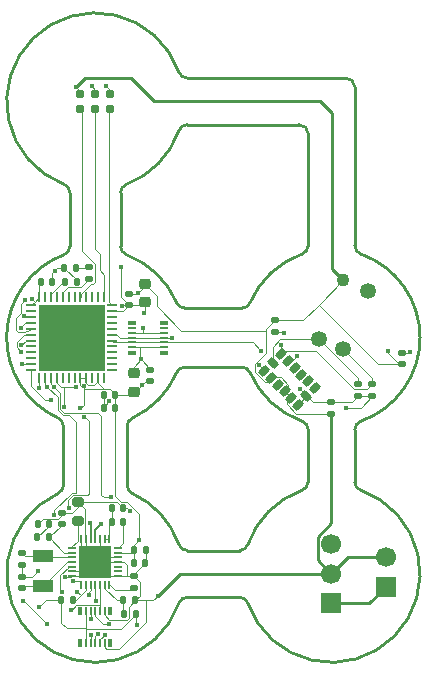
<source format=gbr>
%TF.GenerationSoftware,KiCad,Pcbnew,9.0.1*%
%TF.CreationDate,2025-04-17T12:30:49-04:00*%
%TF.ProjectId,IngestibleCapsule-Board_v2,496e6765-7374-4696-926c-654361707375,rev?*%
%TF.SameCoordinates,Original*%
%TF.FileFunction,Copper,L1,Top*%
%TF.FilePolarity,Positive*%
%FSLAX46Y46*%
G04 Gerber Fmt 4.6, Leading zero omitted, Abs format (unit mm)*
G04 Created by KiCad (PCBNEW 9.0.1) date 2025-04-17 12:30:49*
%MOMM*%
%LPD*%
G01*
G04 APERTURE LIST*
G04 Aperture macros list*
%AMRoundRect*
0 Rectangle with rounded corners*
0 $1 Rounding radius*
0 $2 $3 $4 $5 $6 $7 $8 $9 X,Y pos of 4 corners*
0 Add a 4 corners polygon primitive as box body*
4,1,4,$2,$3,$4,$5,$6,$7,$8,$9,$2,$3,0*
0 Add four circle primitives for the rounded corners*
1,1,$1+$1,$2,$3*
1,1,$1+$1,$4,$5*
1,1,$1+$1,$6,$7*
1,1,$1+$1,$8,$9*
0 Add four rect primitives between the rounded corners*
20,1,$1+$1,$2,$3,$4,$5,0*
20,1,$1+$1,$4,$5,$6,$7,0*
20,1,$1+$1,$6,$7,$8,$9,0*
20,1,$1+$1,$8,$9,$2,$3,0*%
G04 Aperture macros list end*
%TA.AperFunction,SMDPad,CuDef*%
%ADD10R,0.700000X0.200000*%
%TD*%
%TA.AperFunction,SMDPad,CuDef*%
%ADD11R,0.200000X0.700000*%
%TD*%
%TA.AperFunction,SMDPad,CuDef*%
%ADD12R,2.700000X2.700000*%
%TD*%
%TA.AperFunction,SMDPad,CuDef*%
%ADD13RoundRect,0.147500X-0.147500X-0.172500X0.147500X-0.172500X0.147500X0.172500X-0.147500X0.172500X0*%
%TD*%
%TA.AperFunction,SMDPad,CuDef*%
%ADD14RoundRect,0.135000X0.135000X0.185000X-0.135000X0.185000X-0.135000X-0.185000X0.135000X-0.185000X0*%
%TD*%
%TA.AperFunction,SMDPad,CuDef*%
%ADD15RoundRect,0.140000X-0.140000X-0.170000X0.140000X-0.170000X0.140000X0.170000X-0.140000X0.170000X0*%
%TD*%
%TA.AperFunction,ComponentPad*%
%ADD16R,1.700000X1.700000*%
%TD*%
%TA.AperFunction,ComponentPad*%
%ADD17C,1.700000*%
%TD*%
%TA.AperFunction,SMDPad,CuDef*%
%ADD18RoundRect,0.150000X-0.123744X-0.335876X0.335876X0.123744X0.123744X0.335876X-0.335876X-0.123744X0*%
%TD*%
%TA.AperFunction,SMDPad,CuDef*%
%ADD19RoundRect,0.150000X0.123744X-0.335876X0.335876X-0.123744X-0.123744X0.335876X-0.335876X0.123744X0*%
%TD*%
%TA.AperFunction,SMDPad,CuDef*%
%ADD20RoundRect,0.062500X-0.375000X-0.062500X0.375000X-0.062500X0.375000X0.062500X-0.375000X0.062500X0*%
%TD*%
%TA.AperFunction,SMDPad,CuDef*%
%ADD21RoundRect,0.062500X-0.062500X-0.375000X0.062500X-0.375000X0.062500X0.375000X-0.062500X0.375000X0*%
%TD*%
%TA.AperFunction,HeatsinkPad*%
%ADD22R,5.600000X5.600000*%
%TD*%
%TA.AperFunction,SMDPad,CuDef*%
%ADD23RoundRect,0.140000X0.170000X-0.140000X0.170000X0.140000X-0.170000X0.140000X-0.170000X-0.140000X0*%
%TD*%
%TA.AperFunction,SMDPad,CuDef*%
%ADD24RoundRect,0.140000X0.140000X0.170000X-0.140000X0.170000X-0.140000X-0.170000X0.140000X-0.170000X0*%
%TD*%
%TA.AperFunction,SMDPad,CuDef*%
%ADD25RoundRect,0.200000X0.275000X-0.200000X0.275000X0.200000X-0.275000X0.200000X-0.275000X-0.200000X0*%
%TD*%
%TA.AperFunction,SMDPad,CuDef*%
%ADD26RoundRect,0.135000X-0.135000X-0.185000X0.135000X-0.185000X0.135000X0.185000X-0.135000X0.185000X0*%
%TD*%
%TA.AperFunction,SMDPad,CuDef*%
%ADD27RoundRect,0.135000X0.185000X-0.135000X0.185000X0.135000X-0.185000X0.135000X-0.185000X-0.135000X0*%
%TD*%
%TA.AperFunction,SMDPad,CuDef*%
%ADD28RoundRect,0.140000X-0.170000X0.140000X-0.170000X-0.140000X0.170000X-0.140000X0.170000X0.140000X0*%
%TD*%
%TA.AperFunction,SMDPad,CuDef*%
%ADD29R,0.660000X0.350000*%
%TD*%
%TA.AperFunction,SMDPad,CuDef*%
%ADD30R,0.660000X0.230000*%
%TD*%
%TA.AperFunction,SMDPad,CuDef*%
%ADD31R,1.800000X1.000000*%
%TD*%
%TA.AperFunction,ConnectorPad*%
%ADD32C,0.787400*%
%TD*%
%TA.AperFunction,SMDPad,CuDef*%
%ADD33R,0.350000X0.660000*%
%TD*%
%TA.AperFunction,SMDPad,CuDef*%
%ADD34R,0.230000X0.660000*%
%TD*%
%TA.AperFunction,ComponentPad*%
%ADD35C,1.350000*%
%TD*%
%TA.AperFunction,ComponentPad*%
%ADD36C,1.100000*%
%TD*%
%TA.AperFunction,SMDPad,CuDef*%
%ADD37RoundRect,0.135000X-0.185000X0.135000X-0.185000X-0.135000X0.185000X-0.135000X0.185000X0.135000X0*%
%TD*%
%TA.AperFunction,SMDPad,CuDef*%
%ADD38RoundRect,0.225000X0.250000X-0.225000X0.250000X0.225000X-0.250000X0.225000X-0.250000X-0.225000X0*%
%TD*%
%TA.AperFunction,SMDPad,CuDef*%
%ADD39RoundRect,0.147500X-0.172500X0.147500X-0.172500X-0.147500X0.172500X-0.147500X0.172500X0.147500X0*%
%TD*%
%TA.AperFunction,ViaPad*%
%ADD40C,0.450000*%
%TD*%
%TA.AperFunction,Conductor*%
%ADD41C,0.100000*%
%TD*%
%TA.AperFunction,Conductor*%
%ADD42C,0.250000*%
%TD*%
%TA.AperFunction,Conductor*%
%ADD43C,0.200000*%
%TD*%
%TA.AperFunction,Profile*%
%ADD44C,0.250000*%
%TD*%
G04 APERTURE END LIST*
D10*
%TO.P,U5,1,BIAS*%
%TO.N,Net-(U5-BIAS)*%
X88050000Y-117800000D03*
%TO.P,U5,2,PLL_TUNE*%
%TO.N,Net-(U5-PLL_TUNE)*%
X88050000Y-118200000D03*
%TO.P,U5,3,XTAL_C1*%
%TO.N,Net-(U5-XTAL_C1)*%
X88050000Y-118600000D03*
%TO.P,U5,4,XTAL_C2*%
%TO.N,Net-(U5-XTAL_C2)*%
X88050000Y-119000000D03*
%TO.P,U5,5,AVDD_3V*%
%TO.N,+3.3V*%
X88050000Y-119400000D03*
%TO.P,U5,6,GND*%
%TO.N,GND*%
X88050000Y-119800000D03*
%TO.P,U5,7,SHUTDOWN*%
X88050000Y-120200000D03*
D11*
%TO.P,U5,8,IRQ*%
%TO.N,/MCU_RF_IRQ*%
X88800000Y-120950000D03*
%TO.P,U5,9,CSN*%
%TO.N,/MCU_RF_CS*%
X89200000Y-120950000D03*
%TO.P,U5,10,SCK*%
%TO.N,/MCU_SPI_SCK*%
X89600000Y-120950000D03*
%TO.P,U5,11,MOSI*%
%TO.N,/MCU_SPI_MOSI*%
X90000000Y-120950000D03*
%TO.P,U5,12,MISO*%
%TO.N,/MCU_SPI_MISO*%
X90400000Y-120950000D03*
%TO.P,U5,13,RSTN*%
%TO.N,Net-(U5-RSTN)*%
X90800000Y-120950000D03*
%TO.P,U5,14,DVDD_1V8*%
%TO.N,Net-(U5-DVDD_1V8)*%
X91200000Y-120950000D03*
D10*
%TO.P,U5,15,RES*%
%TO.N,GND*%
X91950000Y-120200000D03*
%TO.P,U5,16,XTAL_CLK*%
%TO.N,unconnected-(U5-XTAL_CLK-Pad16)*%
X91950000Y-119800000D03*
%TO.P,U5,17,PLL_CLK*%
%TO.N,unconnected-(U5-PLL_CLK-Pad17)*%
X91950000Y-119400000D03*
%TO.P,U5,18,RES*%
%TO.N,GND*%
X91950000Y-119000000D03*
%TO.P,U5,19,RES*%
X91950000Y-118600000D03*
%TO.P,U5,20,DVDD_3V*%
%TO.N,+3.3V*%
X91950000Y-118200000D03*
%TO.P,U5,21,REG_OUT*%
%TO.N,Net-(U5-REG_OUT)*%
X91950000Y-117800000D03*
D11*
%TO.P,U5,22,DVDD_1V*%
%TO.N,Net-(U5-AVDD_1V)*%
X91200000Y-117050000D03*
%TO.P,U5,23,AVDD_1V*%
X90800000Y-117050000D03*
%TO.P,U5,24,GND*%
%TO.N,GND*%
X90400000Y-117050000D03*
%TO.P,U5,25,RFN*%
%TO.N,/RF Transceiver/RFN*%
X90000000Y-117050000D03*
%TO.P,U5,26,RFP*%
%TO.N,/RF Transceiver/RFP*%
X89600000Y-117050000D03*
%TO.P,U5,27,GND*%
%TO.N,GND*%
X89200000Y-117050000D03*
%TO.P,U5,28,GND*%
X88800000Y-117050000D03*
D12*
%TO.P,U5,29,GND*%
X90000000Y-119000000D03*
%TD*%
D13*
%TO.P,L1,1*%
%TO.N,Net-(U5-AVDD_1V)*%
X91415000Y-115600000D03*
%TO.P,L1,2*%
%TO.N,Net-(U5-REG_OUT)*%
X92385000Y-115600000D03*
%TD*%
D14*
%TO.P,R4,1*%
%TO.N,Net-(D1-K)*%
X88410000Y-94100000D03*
%TO.P,R4,2*%
%TO.N,GND*%
X87390000Y-94100000D03*
%TD*%
D15*
%TO.P,C1,1*%
%TO.N,+3.3V*%
X85390000Y-95250000D03*
%TO.P,C1,2*%
%TO.N,GND*%
X86350000Y-95250000D03*
%TD*%
D16*
%TO.P,J8,1,Pin_1*%
%TO.N,+3.3V*%
X114595000Y-121110000D03*
D17*
%TO.P,J8,2,Pin_2*%
%TO.N,GND*%
X114595000Y-118570000D03*
%TD*%
D15*
%TO.P,C17,1*%
%TO.N,Net-(U5-AVDD_1V)*%
X91425000Y-114450000D03*
%TO.P,C17,2*%
%TO.N,GND*%
X92385000Y-114450000D03*
%TD*%
D14*
%TO.P,R10,1*%
%TO.N,+3.3V*%
X93420000Y-123400000D03*
%TO.P,R10,2*%
%TO.N,Net-(U5-RSTN)*%
X92400000Y-123400000D03*
%TD*%
D18*
%TO.P,U3,1,Vdd_I/O*%
%TO.N,+3.3V*%
X104328680Y-102842893D03*
%TO.P,U3,2,GND*%
%TO.N,GND*%
X104894365Y-103408579D03*
%TO.P,U3,3,RES*%
%TO.N,unconnected-(U3-RES-Pad3)*%
X105460051Y-103974264D03*
%TO.P,U3,4,GND*%
%TO.N,GND*%
X106025736Y-104539949D03*
%TO.P,U3,5,GND*%
X106591421Y-105105635D03*
%TO.P,U3,6,Vs*%
%TO.N,+3.3V*%
X107157107Y-105671320D03*
D19*
%TO.P,U3,7,~{CS}*%
X107864214Y-104964214D03*
D18*
%TO.P,U3,8,INT1*%
%TO.N,unconnected-(U3-INT1-Pad8)*%
X108571320Y-104257107D03*
%TO.P,U3,9,INT2*%
%TO.N,unconnected-(U3-INT2-Pad9)*%
X108005635Y-103691421D03*
%TO.P,U3,10,NC*%
%TO.N,unconnected-(U3-NC-Pad10)*%
X107439949Y-103125736D03*
%TO.P,U3,11,RES*%
%TO.N,unconnected-(U3-RES-Pad11)*%
X106874264Y-102560051D03*
%TO.P,U3,12,SDO/ADDR*%
%TO.N,Net-(U3-SDO{slash}ADDR)*%
X106308579Y-101994365D03*
%TO.P,U3,13,SDA/SDI/SDIO*%
%TO.N,/MCU_I2C_SDA*%
X105742893Y-101428680D03*
D19*
%TO.P,U3,14,SCL/SCLK*%
%TO.N,/MCU_I2C_SCL*%
X105035786Y-102135786D03*
%TD*%
D20*
%TO.P,U1,1,VBAT*%
%TO.N,+3.3V*%
X84562500Y-97250000D03*
%TO.P,U1,2,PC13*%
%TO.N,unconnected-(U1-PC13-Pad2)*%
X84562500Y-97750000D03*
%TO.P,U1,3,PC14*%
%TO.N,Net-(U1-PC14)*%
X84562500Y-98250000D03*
%TO.P,U1,4,PC15*%
%TO.N,Net-(U1-PC15)*%
X84562500Y-98750000D03*
%TO.P,U1,5,PF0*%
%TO.N,Net-(U1-PF0)*%
X84562500Y-99250000D03*
%TO.P,U1,6,PF1*%
%TO.N,Net-(U1-PF1)*%
X84562500Y-99750000D03*
%TO.P,U1,7,PG10*%
%TO.N,/Processor/NRST*%
X84562500Y-100250000D03*
%TO.P,U1,8,PA0*%
%TO.N,unconnected-(U1-PA0-Pad8)*%
X84562500Y-100750000D03*
%TO.P,U1,9,PA1*%
%TO.N,unconnected-(U1-PA1-Pad9)*%
X84562500Y-101250000D03*
%TO.P,U1,10,PA2*%
%TO.N,unconnected-(U1-PA2-Pad10)*%
X84562500Y-101750000D03*
%TO.P,U1,11,PA3*%
%TO.N,/MCU_RF_IRQ*%
X84562500Y-102250000D03*
%TO.P,U1,12,PA4*%
%TO.N,/MCU_RF_CS*%
X84562500Y-102750000D03*
D21*
%TO.P,U1,13,PA5*%
%TO.N,/MCU_SPI_SCK*%
X85250000Y-103437500D03*
%TO.P,U1,14,PA6*%
%TO.N,/MCU_SPI_MISO*%
X85750000Y-103437500D03*
%TO.P,U1,15,PA7*%
%TO.N,/MCU_SPI_MOSI*%
X86250000Y-103437500D03*
%TO.P,U1,16,PC4*%
%TO.N,/MCU_MEM_CS*%
X86750000Y-103437500D03*
%TO.P,U1,17,PB0*%
%TO.N,unconnected-(U1-PB0-Pad17)*%
X87250000Y-103437500D03*
%TO.P,U1,18,PB1*%
%TO.N,unconnected-(U1-PB1-Pad18)*%
X87750000Y-103437500D03*
%TO.P,U1,19,PB2*%
%TO.N,unconnected-(U1-PB2-Pad19)*%
X88250000Y-103437500D03*
%TO.P,U1,20,VREF+*%
%TO.N,+3.3V*%
X88750000Y-103437500D03*
%TO.P,U1,21,VDDA*%
X89250000Y-103437500D03*
%TO.P,U1,22,PB10*%
%TO.N,unconnected-(U1-PB10-Pad22)*%
X89750000Y-103437500D03*
%TO.P,U1,23,VDD*%
%TO.N,+3.3V*%
X90250000Y-103437500D03*
%TO.P,U1,24,PB11*%
%TO.N,unconnected-(U1-PB11-Pad24)*%
X90750000Y-103437500D03*
D20*
%TO.P,U1,25,PB12*%
%TO.N,unconnected-(U1-PB12-Pad25)*%
X91437500Y-102750000D03*
%TO.P,U1,26,PB13*%
%TO.N,unconnected-(U1-PB13-Pad26)*%
X91437500Y-102250000D03*
%TO.P,U1,27,PB14*%
%TO.N,unconnected-(U1-PB14-Pad27)*%
X91437500Y-101750000D03*
%TO.P,U1,28,PB15*%
%TO.N,unconnected-(U1-PB15-Pad28)*%
X91437500Y-101250000D03*
%TO.P,U1,29,PC6*%
%TO.N,unconnected-(U1-PC6-Pad29)*%
X91437500Y-100750000D03*
%TO.P,U1,30,PA8*%
%TO.N,/MCU_I2C_SDA*%
X91437500Y-100250000D03*
%TO.P,U1,31,PA9*%
%TO.N,/MCU_I2C_SCL*%
X91437500Y-99750000D03*
%TO.P,U1,32,PA10*%
%TO.N,unconnected-(U1-PA10-Pad32)*%
X91437500Y-99250000D03*
%TO.P,U1,33,PA11*%
%TO.N,unconnected-(U1-PA11-Pad33)*%
X91437500Y-98750000D03*
%TO.P,U1,34,PA12*%
%TO.N,unconnected-(U1-PA12-Pad34)*%
X91437500Y-98250000D03*
%TO.P,U1,35,VDD*%
%TO.N,+3.3V*%
X91437500Y-97750000D03*
%TO.P,U1,36,PA13*%
%TO.N,/Processor/SWDIO*%
X91437500Y-97250000D03*
D21*
%TO.P,U1,37,PA14*%
%TO.N,/Processor/SWCLK*%
X90750000Y-96562500D03*
%TO.P,U1,38,PA15*%
%TO.N,unconnected-(U1-PA15-Pad38)*%
X90250000Y-96562500D03*
%TO.P,U1,39,PC10*%
%TO.N,unconnected-(U1-PC10-Pad39)*%
X89750000Y-96562500D03*
%TO.P,U1,40,PC11*%
%TO.N,unconnected-(U1-PC11-Pad40)*%
X89250000Y-96562500D03*
%TO.P,U1,41,PB3*%
%TO.N,/Processor/SWO*%
X88750000Y-96562500D03*
%TO.P,U1,42,PB4*%
%TO.N,unconnected-(U1-PB4-Pad42)*%
X88250000Y-96562500D03*
%TO.P,U1,43,PB5*%
%TO.N,unconnected-(U1-PB5-Pad43)*%
X87750000Y-96562500D03*
%TO.P,U1,44,PB6*%
%TO.N,/Processor/LED_OUT*%
X87250000Y-96562500D03*
%TO.P,U1,45,PB7*%
%TO.N,unconnected-(U1-PB7-Pad45)*%
X86750000Y-96562500D03*
%TO.P,U1,46,PB8*%
%TO.N,/Processor/BOOT0*%
X86250000Y-96562500D03*
%TO.P,U1,47,PB9*%
%TO.N,unconnected-(U1-PB9-Pad47)*%
X85750000Y-96562500D03*
%TO.P,U1,48,VDD*%
%TO.N,+3.3V*%
X85250000Y-96562500D03*
D22*
%TO.P,U1,49,VSS*%
%TO.N,GND*%
X88000000Y-100000000D03*
%TD*%
D16*
%TO.P,J7,1,Pin_1*%
%TO.N,+3.3V*%
X110000000Y-122500000D03*
D17*
%TO.P,J7,2,Pin_2*%
%TO.N,GND*%
X110000000Y-120000000D03*
%TO.P,J7,3,Pin_3*%
%TO.N,unconnected-(J7-Pin_3-Pad3)*%
X110000000Y-117500000D03*
%TD*%
D23*
%TO.P,C3,1*%
%TO.N,+3.3V*%
X92850000Y-97280000D03*
%TO.P,C3,2*%
%TO.N,GND*%
X92850000Y-96320000D03*
%TD*%
D24*
%TO.P,C5,1*%
%TO.N,+3.3V*%
X91680000Y-104850000D03*
%TO.P,C5,2*%
%TO.N,GND*%
X90720000Y-104850000D03*
%TD*%
D25*
%TO.P,R11,1*%
%TO.N,Net-(U5-BIAS)*%
X88500000Y-115550000D03*
%TO.P,R11,2*%
%TO.N,GND*%
X88500000Y-113900000D03*
%TD*%
D26*
%TO.P,R9,1*%
%TO.N,+3.3V*%
X87130000Y-122200000D03*
%TO.P,R9,2*%
%TO.N,/MCU_RF_CS*%
X88150000Y-122200000D03*
%TD*%
D23*
%TO.P,C20,1*%
%TO.N,Net-(U5-DVDD_1V8)*%
X93300000Y-121160000D03*
%TO.P,C20,2*%
%TO.N,GND*%
X93300000Y-120200000D03*
%TD*%
D27*
%TO.P,R5,1*%
%TO.N,+3.3V*%
X112250000Y-104950000D03*
%TO.P,R5,2*%
%TO.N,/MCU_I2C_SCL*%
X112250000Y-103930000D03*
%TD*%
D28*
%TO.P,C13,1*%
%TO.N,+3.3V*%
X116000000Y-101270000D03*
%TO.P,C13,2*%
%TO.N,GND*%
X116000000Y-102230000D03*
%TD*%
D24*
%TO.P,C23,1*%
%TO.N,Net-(C23-Pad1)*%
X86080000Y-115820000D03*
%TO.P,C23,2*%
%TO.N,GND*%
X85120000Y-115820000D03*
%TD*%
D15*
%TO.P,C19,1*%
%TO.N,Net-(U5-RSTN)*%
X92390000Y-122250000D03*
%TO.P,C19,2*%
%TO.N,GND*%
X93350000Y-122250000D03*
%TD*%
D29*
%TO.P,J1,*%
%TO.N,*%
X93145000Y-101275000D03*
X95855000Y-101275000D03*
X93145000Y-98725000D03*
X95855000Y-98725000D03*
D30*
%TO.P,J1,1,1*%
%TO.N,GND*%
X93145000Y-100800000D03*
%TO.P,J1,2,2*%
X95855000Y-100800000D03*
%TO.P,J1,3,3*%
%TO.N,/MCU_I2C_SDA*%
X93145000Y-100400000D03*
%TO.P,J1,4,4*%
X95855000Y-100400000D03*
%TO.P,J1,5,5*%
%TO.N,/MCU_I2C_SCL*%
X93145000Y-100000000D03*
%TO.P,J1,6,6*%
X95855000Y-100000000D03*
%TO.P,J1,7,7*%
%TO.N,+3.3V*%
X93145000Y-99600000D03*
%TO.P,J1,8,8*%
X95855000Y-99600000D03*
%TO.P,J1,9,9*%
%TO.N,unconnected-(J1-Pad9)*%
X93145000Y-99200000D03*
%TO.P,J1,10,10*%
%TO.N,unconnected-(J1-Pad10)*%
X95855000Y-99200000D03*
%TD*%
D28*
%TO.P,C22,1*%
%TO.N,Net-(U5-XTAL_C1)*%
X83828228Y-118260000D03*
%TO.P,C22,2*%
%TO.N,GND*%
X83828228Y-119220000D03*
%TD*%
D31*
%TO.P,Y3,1,1*%
%TO.N,Net-(U5-XTAL_C2)*%
X85578228Y-121000000D03*
%TO.P,Y3,2,2*%
%TO.N,Net-(U5-XTAL_C1)*%
X85578228Y-118500000D03*
%TD*%
D28*
%TO.P,C14,1*%
%TO.N,+3.3V*%
X110000000Y-105470000D03*
%TO.P,C14,2*%
%TO.N,GND*%
X110000000Y-106430000D03*
%TD*%
D14*
%TO.P,R12,1*%
%TO.N,Net-(U5-PLL_TUNE)*%
X86100000Y-116920000D03*
%TO.P,R12,2*%
%TO.N,Net-(C23-Pad1)*%
X85080000Y-116920000D03*
%TD*%
D23*
%TO.P,C21,1*%
%TO.N,Net-(U5-XTAL_C2)*%
X83828228Y-121240000D03*
%TO.P,C21,2*%
%TO.N,GND*%
X83828228Y-120280000D03*
%TD*%
D32*
%TO.P,J5,1,VCC*%
%TO.N,+3.3V*%
X91270000Y-79365000D03*
%TO.P,J5,2,SWDIO*%
%TO.N,/Processor/SWDIO*%
X91270000Y-80635000D03*
%TO.P,J5,3,~{RESET}*%
%TO.N,/Processor/NRST*%
X90000000Y-79365000D03*
%TO.P,J5,4,SWCLK*%
%TO.N,/Processor/SWCLK*%
X90000000Y-80635000D03*
%TO.P,J5,5,GND*%
%TO.N,GND*%
X88730000Y-79365000D03*
%TO.P,J5,6,SWO*%
%TO.N,/Processor/SWO*%
X88730000Y-80635000D03*
%TD*%
D23*
%TO.P,C24,1*%
%TO.N,Net-(U5-PLL_TUNE)*%
X87150000Y-115800000D03*
%TO.P,C24,2*%
%TO.N,GND*%
X87150000Y-114840000D03*
%TD*%
D33*
%TO.P,J4,*%
%TO.N,*%
X91275000Y-125855000D03*
X91275000Y-123145000D03*
X88725000Y-125855000D03*
X88725000Y-123145000D03*
D34*
%TO.P,J4,1,1*%
%TO.N,GND*%
X90800000Y-125855000D03*
%TO.P,J4,2,2*%
X90800000Y-123145000D03*
%TO.P,J4,3,3*%
%TO.N,/MCU_SPI_SCK*%
X90400000Y-125855000D03*
%TO.P,J4,4,4*%
%TO.N,/MCU_SPI_MISO*%
X90400000Y-123145000D03*
%TO.P,J4,5,5*%
%TO.N,/MCU_RF_CS*%
X90000000Y-125855000D03*
%TO.P,J4,6,6*%
%TO.N,/MCU_SPI_MOSI*%
X90000000Y-123145000D03*
%TO.P,J4,7,7*%
%TO.N,/MCU_RF_IRQ*%
X89600000Y-125855000D03*
%TO.P,J4,8,8*%
%TO.N,/MCU_MEM_CS*%
X89600000Y-123145000D03*
%TO.P,J4,9,9*%
%TO.N,+3.3V*%
X89200000Y-125855000D03*
%TO.P,J4,10,10*%
X89200000Y-123145000D03*
%TD*%
D35*
%TO.P,U2,1,SDA*%
%TO.N,/MCU_I2C_SDA*%
X111000000Y-101000000D03*
%TO.P,U2,2,VDD*%
%TO.N,+3.3V*%
X113065000Y-96015000D03*
D36*
%TO.P,U2,3,GND*%
%TO.N,GND*%
X111000000Y-95160000D03*
D35*
%TO.P,U2,4,SCL*%
%TO.N,/MCU_I2C_SCL*%
X108935000Y-100145000D03*
%TD*%
D26*
%TO.P,R2,1*%
%TO.N,/Processor/BOOT0*%
X87400000Y-95250000D03*
%TO.P,R2,2*%
%TO.N,GND*%
X88420000Y-95250000D03*
%TD*%
D15*
%TO.P,C16,1*%
%TO.N,+3.3V*%
X93300000Y-118000000D03*
%TO.P,C16,2*%
%TO.N,GND*%
X94260000Y-118000000D03*
%TD*%
D37*
%TO.P,R7,1*%
%TO.N,GND*%
X105200000Y-98540000D03*
%TO.P,R7,2*%
%TO.N,Net-(U3-SDO{slash}ADDR)*%
X105200000Y-99560000D03*
%TD*%
D23*
%TO.P,C6,1*%
%TO.N,+3.3V*%
X94650000Y-103680000D03*
%TO.P,C6,2*%
%TO.N,GND*%
X94650000Y-102720000D03*
%TD*%
D38*
%TO.P,C7,1*%
%TO.N,+3.3V*%
X93250000Y-104575000D03*
%TO.P,C7,2*%
%TO.N,GND*%
X93250000Y-103025000D03*
%TD*%
D24*
%TO.P,C4,1*%
%TO.N,+3.3V*%
X91680000Y-105950000D03*
%TO.P,C4,2*%
%TO.N,GND*%
X90720000Y-105950000D03*
%TD*%
D39*
%TO.P,D1,1,K*%
%TO.N,Net-(D1-K)*%
X89500000Y-94050000D03*
%TO.P,D1,2,A*%
%TO.N,/Processor/LED_OUT*%
X89500000Y-95020000D03*
%TD*%
D38*
%TO.P,C8,1*%
%TO.N,+3.3V*%
X94250000Y-96975000D03*
%TO.P,C8,2*%
%TO.N,GND*%
X94250000Y-95425000D03*
%TD*%
D27*
%TO.P,R6,1*%
%TO.N,+3.3V*%
X113450000Y-104960000D03*
%TO.P,R6,2*%
%TO.N,/MCU_I2C_SDA*%
X113450000Y-103940000D03*
%TD*%
D15*
%TO.P,C18,1*%
%TO.N,+3.3V*%
X93280000Y-119090000D03*
%TO.P,C18,2*%
%TO.N,GND*%
X94240000Y-119090000D03*
%TD*%
D40*
%TO.N,/MCU_SPI_MOSI*%
X90025000Y-122289000D03*
%TO.N,/MCU_SPI_MISO*%
X87910000Y-123020000D03*
%TO.N,/MCU_RF_CS*%
X90210000Y-125080000D03*
%TO.N,/MCU_SPI_SCK*%
X90800000Y-125150000D03*
%TO.N,Net-(U1-PF0)*%
X84074519Y-96815935D03*
%TO.N,GND*%
X86550000Y-94350000D03*
X93850000Y-101850000D03*
X92944834Y-114705166D03*
X114820000Y-101160000D03*
X89570000Y-100980000D03*
X85150000Y-119750000D03*
X85632434Y-101384433D03*
X95300000Y-121850000D03*
X93650000Y-96200000D03*
X88400000Y-78750000D03*
X89890000Y-97520000D03*
X87425000Y-120275000D03*
X90450000Y-101850000D03*
X91200000Y-105400000D03*
%TO.N,Net-(U1-PC14)*%
X84002473Y-98153897D03*
%TO.N,Net-(U1-PC15)*%
X83699000Y-99165000D03*
%TO.N,+3.3V*%
X116650000Y-101200000D03*
X93500000Y-124325000D03*
X87225000Y-121550000D03*
X111270000Y-105940000D03*
X93950000Y-104000000D03*
X107300000Y-104350000D03*
X84610000Y-96690000D03*
X92150000Y-94000000D03*
X88710000Y-105980000D03*
X94150000Y-97950000D03*
X89010000Y-104060000D03*
X103900000Y-102350000D03*
X85250000Y-122800000D03*
X92240000Y-97290000D03*
X93700000Y-117175000D03*
X94050000Y-99150000D03*
X90900000Y-78700000D03*
%TO.N,/Processor/NRST*%
X89700000Y-78700000D03*
X83725000Y-100650000D03*
%TO.N,/MCU_I2C_SCL*%
X96520000Y-100010000D03*
%TO.N,/MCU_I2C_SDA*%
X105685583Y-100654371D03*
X104055000Y-101094834D03*
%TO.N,/MCU_MEM_CS*%
X87388702Y-105888373D03*
X83920000Y-122340000D03*
X88400039Y-104193212D03*
X89600000Y-123790000D03*
X85910000Y-124250000D03*
%TO.N,/MCU_RF_IRQ*%
X83790000Y-102250000D03*
X89080000Y-106735000D03*
X87761881Y-114465000D03*
X88128266Y-120625002D03*
X89620000Y-125170000D03*
%TO.N,/MCU_SPI_MISO*%
X86515000Y-114983788D03*
X85933319Y-104181737D03*
%TO.N,/MCU_RF_CS*%
X88450166Y-121519834D03*
X86273584Y-105275000D03*
%TO.N,/RF Transceiver/RFN*%
X90500000Y-115750000D03*
%TO.N,/RF Transceiver/RFP*%
X89550000Y-115700000D03*
%TO.N,Net-(U1-PF1)*%
X83730851Y-101199972D03*
%TO.N,Net-(U3-SDO{slash}ADDR)*%
X107100000Y-101550000D03*
X106000000Y-99600000D03*
%TO.N,/MCU_SPI_MOSI*%
X91314684Y-113525000D03*
X91175000Y-124245519D03*
X86511701Y-104167031D03*
%TO.N,/MCU_SPI_SCK*%
X89462514Y-121773940D03*
X85250000Y-104250000D03*
%TD*%
D41*
%TO.N,+3.3V*%
X92140000Y-124680000D02*
X89200000Y-124680000D01*
X93420000Y-123400000D02*
X92140000Y-124680000D01*
X89200000Y-125855000D02*
X89200000Y-124590000D01*
%TO.N,/MCU_SPI_MOSI*%
X90000000Y-122264000D02*
X90025000Y-122289000D01*
X90000000Y-120950000D02*
X90000000Y-122264000D01*
%TO.N,/MCU_SPI_MISO*%
X88043000Y-123020000D02*
X88399000Y-122664000D01*
X90394000Y-122664000D02*
X90400000Y-122670000D01*
X87910000Y-123020000D02*
X88043000Y-123020000D01*
X88399000Y-122664000D02*
X90394000Y-122664000D01*
X90400000Y-122670000D02*
X90400000Y-123145000D01*
X90400000Y-120950000D02*
X90400000Y-122670000D01*
%TO.N,/MCU_SPI_MOSI*%
X90670519Y-124245519D02*
X91175000Y-124245519D01*
X90000000Y-123575000D02*
X90670519Y-124245519D01*
X90000000Y-123145000D02*
X90000000Y-123575000D01*
%TO.N,+3.3V*%
X89200000Y-124590000D02*
X89200000Y-123145000D01*
X87130000Y-124130000D02*
X87590000Y-124590000D01*
X87130000Y-122200000D02*
X87130000Y-124130000D01*
X87590000Y-124590000D02*
X89200000Y-124590000D01*
%TO.N,GND*%
X94290000Y-124066745D02*
X94290000Y-122250000D01*
X92020745Y-126336000D02*
X94290000Y-124066745D01*
X90949000Y-126336000D02*
X92020745Y-126336000D01*
X90800000Y-126187000D02*
X90949000Y-126336000D01*
X90800000Y-125855000D02*
X90800000Y-126187000D01*
X93350000Y-122250000D02*
X94290000Y-122250000D01*
X90800000Y-123477000D02*
X90800000Y-123145000D01*
X91194000Y-123871000D02*
X90800000Y-123477000D01*
X92821000Y-123707208D02*
X92657208Y-123871000D01*
X92821000Y-122779000D02*
X92821000Y-123707208D01*
X92657208Y-123871000D02*
X91194000Y-123871000D01*
X93350000Y-122250000D02*
X92821000Y-122779000D01*
%TO.N,/MCU_RF_CS*%
X90000000Y-125290000D02*
X90000000Y-125855000D01*
X90210000Y-125080000D02*
X90000000Y-125290000D01*
%TO.N,/MCU_SPI_SCK*%
X89600000Y-121394668D02*
X89600000Y-120950000D01*
X89462514Y-121532154D02*
X89600000Y-121394668D01*
X89462514Y-121773940D02*
X89462514Y-121532154D01*
X90400000Y-125550000D02*
X90800000Y-125150000D01*
X90400000Y-125855000D02*
X90400000Y-125550000D01*
%TO.N,/MCU_RF_IRQ*%
X89600000Y-125190000D02*
X89620000Y-125170000D01*
X89600000Y-125855000D02*
X89600000Y-125190000D01*
%TO.N,/MCU_MEM_CS*%
X89600000Y-123790000D02*
X89600000Y-123145000D01*
%TO.N,Net-(U1-PF0)*%
X83324000Y-98306000D02*
X83324000Y-99364000D01*
X83500000Y-99540000D02*
X84031334Y-99540000D01*
X84097334Y-99474000D02*
X84338500Y-99474000D01*
X84338500Y-99474000D02*
X84562500Y-99250000D01*
X83324000Y-99364000D02*
X83500000Y-99540000D01*
X83750000Y-97140454D02*
X83750000Y-97874625D01*
X84074519Y-96815935D02*
X83750000Y-97140454D01*
X83626473Y-98003527D02*
X83324000Y-98306000D01*
X83626473Y-97998152D02*
X83626473Y-98003527D01*
X84031334Y-99540000D02*
X84097334Y-99474000D01*
X83750000Y-97874625D02*
X83626473Y-97998152D01*
%TO.N,GND*%
X93761000Y-120661000D02*
X93761000Y-121839000D01*
X116000000Y-102230000D02*
X113980000Y-102230000D01*
X86840000Y-115360000D02*
X87150000Y-115050000D01*
X94650000Y-102650000D02*
X93850000Y-101850000D01*
X95190000Y-97340000D02*
X97290000Y-99440000D01*
X87150000Y-114840000D02*
X88000000Y-114840000D01*
X93250000Y-102450000D02*
X93850000Y-101850000D01*
X83828228Y-120280000D02*
X84620000Y-120280000D01*
X85580000Y-115360000D02*
X86840000Y-115360000D01*
X88420000Y-95250000D02*
X88420000Y-95130000D01*
X93300000Y-120200000D02*
X92650000Y-120200000D01*
X87975000Y-120275000D02*
X88050000Y-120200000D01*
X106255546Y-105655057D02*
X106255546Y-105441510D01*
X92850000Y-96320000D02*
X93530000Y-96320000D01*
D42*
X110030000Y-94190000D02*
X111000000Y-95160000D01*
D41*
X92689668Y-114450000D02*
X92944834Y-114705166D01*
X92650000Y-120200000D02*
X91950000Y-120200000D01*
X106591421Y-105105635D02*
X106025736Y-104539949D01*
X88500000Y-113900000D02*
X89126000Y-114526000D01*
X90720000Y-105880000D02*
X91200000Y-105400000D01*
X90720000Y-104850000D02*
X90720000Y-105950000D01*
X104968494Y-103334450D02*
X105705535Y-103334450D01*
X92385000Y-114450000D02*
X91835000Y-113900000D01*
D42*
X95300000Y-121850000D02*
X97150000Y-120000000D01*
D41*
X90400000Y-117050000D02*
X90400000Y-118600000D01*
X91835000Y-113900000D02*
X88500000Y-113900000D01*
X103744255Y-101974000D02*
X103524000Y-102194255D01*
X114820000Y-101160000D02*
X114820000Y-101330000D01*
X88000000Y-114840000D02*
X88500000Y-114340000D01*
X105200000Y-98540000D02*
X104430000Y-99310000D01*
X88050000Y-120200000D02*
X88800000Y-120200000D01*
D42*
X109050000Y-79990000D02*
X110030000Y-80970000D01*
X89130000Y-78020000D02*
X93030000Y-78020000D01*
D41*
X88730000Y-79365000D02*
X88730000Y-79080000D01*
X89200000Y-119800000D02*
X90000000Y-119000000D01*
X94240000Y-119040000D02*
X94260000Y-119020000D01*
D42*
X93030000Y-78020000D02*
X95000000Y-79990000D01*
X111430000Y-118570000D02*
X114595000Y-118570000D01*
D41*
X104430000Y-101300000D02*
X103756000Y-101974000D01*
X93300000Y-120030000D02*
X94240000Y-119090000D01*
D42*
X110000000Y-120000000D02*
X111430000Y-118570000D01*
D41*
X94290000Y-122250000D02*
X94900000Y-122250000D01*
X93530000Y-96320000D02*
X93650000Y-96200000D01*
X93250000Y-103025000D02*
X93250000Y-102450000D01*
X83828228Y-120280000D02*
X83828228Y-119220000D01*
X103524000Y-102194255D02*
X103524000Y-102923511D01*
X93800000Y-100800000D02*
X93800000Y-101800000D01*
X92400000Y-119000000D02*
X91950000Y-119000000D01*
D42*
X110000000Y-115730000D02*
X110000000Y-106430000D01*
D41*
X86350000Y-95250000D02*
X86350000Y-94550000D01*
X86800000Y-94100000D02*
X86550000Y-94350000D01*
D42*
X95000000Y-79990000D02*
X109050000Y-79990000D01*
D41*
X93800000Y-100800000D02*
X95855000Y-100800000D01*
X90400000Y-118600000D02*
X90000000Y-119000000D01*
D42*
X97150000Y-120000000D02*
X110000000Y-120000000D01*
D41*
X87425000Y-120275000D02*
X87975000Y-120275000D01*
X106255546Y-105441510D02*
X106591421Y-105105635D01*
X89126000Y-116976000D02*
X89200000Y-117050000D01*
X91950000Y-119000000D02*
X90000000Y-119000000D01*
D42*
X88400000Y-78750000D02*
X89130000Y-78020000D01*
D41*
X115720000Y-102230000D02*
X116000000Y-102230000D01*
X85120000Y-115820000D02*
X85580000Y-115360000D01*
X94650000Y-102720000D02*
X94650000Y-102650000D01*
X91950000Y-118600000D02*
X90400000Y-118600000D01*
X104558490Y-103744454D02*
X104894365Y-103408579D01*
X108955000Y-97205000D02*
X111000000Y-95160000D01*
X94260000Y-119020000D02*
X94260000Y-118000000D01*
X88800000Y-120200000D02*
X90000000Y-119000000D01*
X93761000Y-121839000D02*
X93350000Y-122250000D01*
X94900000Y-122250000D02*
X95300000Y-121850000D01*
X90720000Y-105950000D02*
X90720000Y-105880000D01*
X105705535Y-103334450D02*
X106350000Y-103978915D01*
X92650000Y-119250000D02*
X92400000Y-119000000D01*
X87150000Y-115050000D02*
X87150000Y-114840000D01*
X93800000Y-101800000D02*
X93850000Y-101850000D01*
X89126000Y-114526000D02*
X89126000Y-116976000D01*
X89200000Y-118200000D02*
X90000000Y-119000000D01*
X107620000Y-98540000D02*
X108955000Y-97205000D01*
X92385000Y-114450000D02*
X92689668Y-114450000D01*
X95190000Y-96440000D02*
X95190000Y-97340000D01*
X104430000Y-99310000D02*
X104430000Y-99920000D01*
D42*
X110000000Y-120000000D02*
X108850000Y-118850000D01*
D41*
X104344943Y-103744454D02*
X104558490Y-103744454D01*
X84620000Y-120280000D02*
X85150000Y-119750000D01*
X94240000Y-119090000D02*
X94240000Y-119040000D01*
X103524000Y-102923511D02*
X104344943Y-103744454D01*
D42*
X108850000Y-118850000D02*
X108850000Y-116880000D01*
D41*
X97290000Y-99440000D02*
X104430000Y-99440000D01*
X88420000Y-95130000D02*
X87390000Y-94100000D01*
X91200000Y-120200000D02*
X90000000Y-119000000D01*
X93300000Y-120200000D02*
X93761000Y-120661000D01*
X94250000Y-95425000D02*
X94250000Y-95500000D01*
X104430000Y-99920000D02*
X104430000Y-101300000D01*
D42*
X108850000Y-116880000D02*
X110000000Y-115730000D01*
D41*
X88730000Y-79080000D02*
X88400000Y-78750000D01*
X91950000Y-120200000D02*
X91200000Y-120200000D01*
X86350000Y-94550000D02*
X86550000Y-94350000D01*
X93145000Y-100800000D02*
X93800000Y-100800000D01*
X106350000Y-103978915D02*
X106350000Y-104215685D01*
X92650000Y-120200000D02*
X92650000Y-119250000D01*
X113980000Y-102230000D02*
X108955000Y-97205000D01*
X93300000Y-120200000D02*
X93300000Y-120030000D01*
X88500000Y-114340000D02*
X88500000Y-113900000D01*
X107030489Y-106430000D02*
X106255546Y-105655057D01*
X88050000Y-119800000D02*
X89200000Y-119800000D01*
X88800000Y-117050000D02*
X88800000Y-117800000D01*
X105200000Y-98540000D02*
X107620000Y-98540000D01*
X103756000Y-101974000D02*
X103744255Y-101974000D01*
D42*
X110030000Y-80970000D02*
X110030000Y-94190000D01*
D41*
X94250000Y-95500000D02*
X95190000Y-96440000D01*
X106350000Y-104215685D02*
X106025736Y-104539949D01*
X87390000Y-94100000D02*
X86800000Y-94100000D01*
X114820000Y-101330000D02*
X115720000Y-102230000D01*
X88800000Y-117800000D02*
X90000000Y-119000000D01*
X110000000Y-106430000D02*
X107030489Y-106430000D01*
X104894365Y-103408579D02*
X104968494Y-103334450D01*
X89200000Y-117050000D02*
X89200000Y-118200000D01*
X94250000Y-95600000D02*
X93650000Y-96200000D01*
X94250000Y-95425000D02*
X94250000Y-95600000D01*
%TO.N,Net-(U1-PC14)*%
X84075267Y-98250000D02*
X84562500Y-98250000D01*
X84002473Y-98177206D02*
X84075267Y-98250000D01*
X84002473Y-98153897D02*
X84002473Y-98177206D01*
%TO.N,Net-(U1-PC15)*%
X83699000Y-99165000D02*
X83699000Y-99076000D01*
X84025000Y-98750000D02*
X84562500Y-98750000D01*
X83699000Y-99076000D02*
X84025000Y-98750000D01*
%TO.N,+3.3V*%
X87225000Y-121550000D02*
X87049000Y-121374000D01*
X88810000Y-104060000D02*
X88750000Y-104000000D01*
X94270000Y-103680000D02*
X93950000Y-104000000D01*
X93300000Y-117575000D02*
X93700000Y-117175000D01*
X90250000Y-103678666D02*
X90250000Y-103437500D01*
X94650000Y-103680000D02*
X94270000Y-103680000D01*
D42*
X110000000Y-122500000D02*
X113205000Y-122500000D01*
D41*
X89401001Y-104026000D02*
X89902666Y-104026000D01*
X89061000Y-104389000D02*
X90764001Y-104389000D01*
X92975000Y-104850000D02*
X93250000Y-104575000D01*
X93250000Y-104575000D02*
X93375000Y-104575000D01*
X111270000Y-105940000D02*
X112470000Y-105940000D01*
X85250000Y-96562500D02*
X85250000Y-95390000D01*
X111730000Y-105470000D02*
X112250000Y-104950000D01*
X92250000Y-97280000D02*
X92240000Y-97290000D01*
X92380000Y-97750000D02*
X91437500Y-97750000D01*
X90250000Y-103874999D02*
X90764001Y-104389000D01*
X85250000Y-95390000D02*
X85390000Y-95250000D01*
X108420000Y-105470000D02*
X110000000Y-105470000D01*
X91680000Y-105950000D02*
X91680000Y-113430000D01*
X89250000Y-103874999D02*
X89401001Y-104026000D01*
X89010000Y-105680000D02*
X89010000Y-104440000D01*
X85850000Y-122200000D02*
X87130000Y-122200000D01*
X93145000Y-99600000D02*
X94050000Y-99600000D01*
X93300000Y-119070000D02*
X93280000Y-119090000D01*
X91680000Y-104850000D02*
X92975000Y-104850000D01*
X93300000Y-118000000D02*
X93300000Y-119070000D01*
X90764001Y-104389000D02*
X91219000Y-104389000D01*
X88710000Y-105980000D02*
X89010000Y-105680000D01*
X92160000Y-113910000D02*
X92680000Y-113910000D01*
X116580000Y-101270000D02*
X116650000Y-101200000D01*
X91270000Y-79070000D02*
X90900000Y-78700000D01*
X92680000Y-113910000D02*
X93700000Y-114930000D01*
X93945000Y-97280000D02*
X94250000Y-96975000D01*
X92850000Y-97280000D02*
X92250000Y-97280000D01*
X116000000Y-101270000D02*
X116580000Y-101270000D01*
X94250000Y-96975000D02*
X94250000Y-97850000D01*
X107864214Y-104914214D02*
X107300000Y-104350000D01*
X91219000Y-104389000D02*
X91680000Y-104850000D01*
X85250000Y-122800000D02*
X85850000Y-122200000D01*
D42*
X113205000Y-122500000D02*
X114595000Y-121110000D01*
D41*
X93100000Y-118200000D02*
X91950000Y-118200000D01*
X87049000Y-121374000D02*
X87049000Y-120119255D01*
X91270000Y-79365000D02*
X91270000Y-79070000D01*
X93420000Y-123400000D02*
X93420000Y-124245000D01*
X104328680Y-102842893D02*
X104328680Y-102778680D01*
X93300000Y-118000000D02*
X93100000Y-118200000D01*
X88750000Y-104000000D02*
X88750000Y-103437500D01*
X87049000Y-120119255D02*
X87768255Y-119400000D01*
X104328680Y-102778680D02*
X103900000Y-102350000D01*
X107864214Y-104964214D02*
X107864214Y-104914214D01*
X94050000Y-99600000D02*
X95855000Y-99600000D01*
X84562500Y-97250000D02*
X84866250Y-96946250D01*
X84866250Y-96946250D02*
X85250000Y-96562500D01*
X107914214Y-104964214D02*
X108420000Y-105470000D01*
X89010000Y-104060000D02*
X88810000Y-104060000D01*
X92850000Y-97280000D02*
X92150000Y-96580000D01*
X89902666Y-104026000D02*
X90250000Y-103678666D01*
X91680000Y-105950000D02*
X91680000Y-104850000D01*
X89250000Y-103437500D02*
X89250000Y-103874999D01*
X92850000Y-97280000D02*
X93945000Y-97280000D01*
X94050000Y-99600000D02*
X94050000Y-99150000D01*
X93420000Y-124245000D02*
X93500000Y-124325000D01*
X92150000Y-96580000D02*
X92150000Y-94000000D01*
X112250000Y-104950000D02*
X113440000Y-104950000D01*
X90250000Y-103437500D02*
X90250000Y-103874999D01*
X110000000Y-105470000D02*
X111730000Y-105470000D01*
X107157107Y-105671320D02*
X107864214Y-104964214D01*
X84610000Y-96690000D02*
X84866250Y-96946250D01*
X89010000Y-104060000D02*
X89010000Y-104440000D01*
X93700000Y-114930000D02*
X93700000Y-117175000D01*
X107864214Y-104964214D02*
X107914214Y-104964214D01*
X93300000Y-118000000D02*
X93300000Y-117575000D01*
X93375000Y-104575000D02*
X93950000Y-104000000D01*
X89010000Y-104440000D02*
X89061000Y-104389000D01*
X94250000Y-97850000D02*
X94150000Y-97950000D01*
X91680000Y-113430000D02*
X92160000Y-113910000D01*
X92850000Y-97280000D02*
X92380000Y-97750000D01*
X112470000Y-105940000D02*
X113450000Y-104960000D01*
X89250000Y-103437500D02*
X88750000Y-103437500D01*
X113440000Y-104950000D02*
X113450000Y-104960000D01*
X87768255Y-119400000D02*
X88050000Y-119400000D01*
%TO.N,/Processor/NRST*%
X84125000Y-100250000D02*
X83725000Y-100650000D01*
X90000000Y-79365000D02*
X90000000Y-79000000D01*
X90000000Y-79000000D02*
X89700000Y-78700000D01*
X84562500Y-100250000D02*
X84125000Y-100250000D01*
%TO.N,Net-(U5-XTAL_C2)*%
X84068228Y-121000000D02*
X83828228Y-121240000D01*
X85578228Y-121000000D02*
X84068228Y-121000000D01*
X88050000Y-119000000D02*
X87578228Y-119000000D01*
X87578228Y-119000000D02*
X85578228Y-121000000D01*
%TO.N,Net-(U5-XTAL_C1)*%
X85678228Y-118600000D02*
X85578228Y-118500000D01*
X84068228Y-118500000D02*
X83828228Y-118260000D01*
X88050000Y-118600000D02*
X85678228Y-118600000D01*
X85578228Y-118500000D02*
X84068228Y-118500000D01*
%TO.N,Net-(U5-RSTN)*%
X92390000Y-122250000D02*
X92390000Y-123390000D01*
X90800000Y-120950000D02*
X90800000Y-121250000D01*
X90800000Y-121250000D02*
X91800000Y-122250000D01*
X91800000Y-122250000D02*
X92390000Y-122250000D01*
X92390000Y-123390000D02*
X92400000Y-123400000D01*
%TO.N,Net-(U5-AVDD_1V)*%
X91200000Y-115815000D02*
X91415000Y-115600000D01*
X91415000Y-115600000D02*
X91415000Y-115385000D01*
X91425000Y-115375000D02*
X91425000Y-114450000D01*
X91200000Y-117050000D02*
X91200000Y-115815000D01*
X90800000Y-117050000D02*
X91200000Y-117050000D01*
X91415000Y-115385000D02*
X91425000Y-115375000D01*
%TO.N,Net-(U5-DVDD_1V8)*%
X91660000Y-121360000D02*
X93100000Y-121360000D01*
X93100000Y-121360000D02*
X93300000Y-121160000D01*
X91200000Y-120950000D02*
X91250000Y-120950000D01*
X91250000Y-120950000D02*
X91660000Y-121360000D01*
%TO.N,Net-(U5-PLL_TUNE)*%
X87150000Y-115870000D02*
X86100000Y-116920000D01*
X88050000Y-118200000D02*
X87380000Y-118200000D01*
X87380000Y-118200000D02*
X86100000Y-116920000D01*
X87150000Y-115800000D02*
X87150000Y-115870000D01*
%TO.N,Net-(D1-K)*%
X89450000Y-94100000D02*
X89500000Y-94050000D01*
X88410000Y-94100000D02*
X89450000Y-94100000D01*
%TO.N,/Processor/LED_OUT*%
X87250000Y-96125001D02*
X87654001Y-95721000D01*
X88799000Y-95721000D02*
X89500000Y-95020000D01*
X87654001Y-95721000D02*
X88799000Y-95721000D01*
X87250000Y-96562500D02*
X87250000Y-96125001D01*
%TO.N,/Processor/SWCLK*%
X90383900Y-92921194D02*
X90000000Y-92537294D01*
X90750000Y-94660000D02*
X90400000Y-94310000D01*
X90400000Y-94310000D02*
X90400000Y-92921194D01*
X90400000Y-92921194D02*
X90383900Y-92921194D01*
X90750000Y-96562500D02*
X90750000Y-94660000D01*
X90000000Y-92537294D02*
X90000000Y-80635000D01*
%TO.N,/Processor/SWDIO*%
X91150000Y-80755000D02*
X91270000Y-80635000D01*
X91150000Y-96962500D02*
X91150000Y-80755000D01*
X91437500Y-97250000D02*
X91150000Y-96962500D01*
%TO.N,/Processor/SWO*%
X88750000Y-96562500D02*
X88752500Y-96562500D01*
X89971000Y-93726000D02*
X88900000Y-92655000D01*
X88760000Y-96311334D02*
X89605334Y-95466000D01*
X89971000Y-95295230D02*
X89971000Y-93726000D01*
X89605334Y-95466000D02*
X89800230Y-95466000D01*
X89800230Y-95466000D02*
X89971000Y-95295230D01*
X88900000Y-92655000D02*
X88900000Y-80805000D01*
X88760000Y-96570000D02*
X88760000Y-96311334D01*
X88900000Y-80805000D02*
X88730000Y-80635000D01*
X88752500Y-96562500D02*
X88760000Y-96570000D01*
%TO.N,/MCU_I2C_SCL*%
X112250000Y-103460000D02*
X112250000Y-103930000D01*
X105663209Y-100145000D02*
X105035786Y-100772423D01*
X93145000Y-100000000D02*
X95855000Y-100000000D01*
X91437500Y-99750000D02*
X91874999Y-99750000D01*
X108935000Y-100145000D02*
X112250000Y-103460000D01*
X96520000Y-100010000D02*
X96510000Y-100000000D01*
X96510000Y-100000000D02*
X95855000Y-100000000D01*
X92124999Y-100000000D02*
X93145000Y-100000000D01*
X91874999Y-99750000D02*
X92124999Y-100000000D01*
X108935000Y-100145000D02*
X105663209Y-100145000D01*
X105035786Y-100772423D02*
X105035786Y-102135786D01*
%TO.N,/MCU_I2C_SDA*%
X103360166Y-100400000D02*
X104055000Y-101094834D01*
X91587500Y-100400000D02*
X93145000Y-100400000D01*
X95855000Y-100400000D02*
X103360166Y-100400000D01*
X113039000Y-104351000D02*
X113450000Y-103940000D01*
X113450000Y-103450000D02*
X113450000Y-103940000D01*
X105685583Y-100654371D02*
X105685583Y-101371370D01*
X111000000Y-101000000D02*
X113450000Y-103450000D01*
X105742893Y-101428680D02*
X106078768Y-101092805D01*
X111942792Y-104351000D02*
X113039000Y-104351000D01*
X108684597Y-101092805D02*
X111942792Y-104351000D01*
X91437500Y-100250000D02*
X91587500Y-100400000D01*
X93145000Y-100400000D02*
X95855000Y-100400000D01*
X105685583Y-101371370D02*
X105742893Y-101428680D01*
X106078768Y-101092805D02*
X108684597Y-101092805D01*
%TO.N,/MCU_MEM_CS*%
X86750000Y-103874999D02*
X87068213Y-104193212D01*
X84000000Y-122340000D02*
X85910000Y-124250000D01*
X87388702Y-105888373D02*
X87388702Y-104201914D01*
X87380000Y-104193212D02*
X88400039Y-104193212D01*
X87388702Y-104201914D02*
X87380000Y-104193212D01*
X83920000Y-122340000D02*
X84000000Y-122340000D01*
X86750000Y-103437500D02*
X86750000Y-103874999D01*
X87068213Y-104193212D02*
X87380000Y-104193212D01*
%TO.N,/MCU_RF_IRQ*%
X89080000Y-106735000D02*
X89105329Y-106735000D01*
X89440000Y-107069671D02*
X89440000Y-113220000D01*
X89105329Y-106735000D02*
X89440000Y-107069671D01*
X88128266Y-120625002D02*
X88800000Y-120625002D01*
X87700000Y-114403119D02*
X87761881Y-114465000D01*
X84562500Y-102250000D02*
X83790000Y-102250000D01*
X89320000Y-113340000D02*
X88083068Y-113340000D01*
X88083068Y-113340000D02*
X87700000Y-113723068D01*
X88800000Y-120625002D02*
X88800000Y-120950000D01*
X87700000Y-113723068D02*
X87700000Y-114403119D01*
X89440000Y-113220000D02*
X89320000Y-113340000D01*
%TO.N,/MCU_SPI_MISO*%
X88350000Y-107120000D02*
X87800000Y-106570000D01*
X88350000Y-113140000D02*
X88350000Y-107120000D01*
X86809000Y-106123257D02*
X86809000Y-105057418D01*
X86809000Y-105057418D02*
X85933319Y-104181737D01*
X88000000Y-113140000D02*
X88350000Y-113140000D01*
X86514834Y-114983622D02*
X86514834Y-114625166D01*
X85750000Y-103437500D02*
X85750000Y-103998418D01*
X87800000Y-106570000D02*
X87255743Y-106570000D01*
X86515000Y-114983788D02*
X86514834Y-114983622D01*
X87255743Y-106570000D02*
X86809000Y-106123257D01*
X85750000Y-103998418D02*
X85933319Y-104181737D01*
X86514834Y-114625166D02*
X88000000Y-113140000D01*
%TO.N,/MCU_RF_CS*%
X85745000Y-105275000D02*
X84562500Y-104092500D01*
X89200000Y-120950000D02*
X89200000Y-121400000D01*
X88489834Y-121519834D02*
X88450166Y-121519834D01*
X88785000Y-121815000D02*
X88400000Y-122200000D01*
X86273584Y-105275000D02*
X85745000Y-105275000D01*
X89200000Y-121400000D02*
X88785000Y-121815000D01*
X88785000Y-121815000D02*
X88489834Y-121519834D01*
X84562500Y-104092500D02*
X84562500Y-102750000D01*
X88400000Y-122200000D02*
X88150000Y-122200000D01*
D43*
%TO.N,/RF Transceiver/RFN*%
X90000000Y-117050000D02*
X90000000Y-116250000D01*
X90000000Y-116250000D02*
X90500000Y-115750000D01*
%TO.N,/RF Transceiver/RFP*%
X89600000Y-117050000D02*
X89600000Y-115750000D01*
X89600000Y-115750000D02*
X89550000Y-115700000D01*
D41*
%TO.N,Net-(U5-REG_OUT)*%
X92385000Y-117365000D02*
X91950000Y-117800000D01*
X92385000Y-115600000D02*
X92385000Y-117365000D01*
%TO.N,Net-(U1-PF1)*%
X83350000Y-100819121D02*
X83350000Y-100400000D01*
X83350000Y-100400000D02*
X84000000Y-99750000D01*
X83730851Y-101199972D02*
X83350000Y-100819121D01*
X84000000Y-99750000D02*
X84562500Y-99750000D01*
%TO.N,/Processor/BOOT0*%
X87300000Y-95250000D02*
X86250000Y-96300000D01*
X87400000Y-95250000D02*
X87300000Y-95250000D01*
X86250000Y-96300000D02*
X86250000Y-96562500D01*
%TO.N,Net-(U3-SDO{slash}ADDR)*%
X105960000Y-99560000D02*
X106000000Y-99600000D01*
X105200000Y-99560000D02*
X105960000Y-99560000D01*
X106308579Y-101994365D02*
X106655635Y-101994365D01*
X106655635Y-101994365D02*
X107100000Y-101550000D01*
%TO.N,Net-(U5-BIAS)*%
X88000000Y-117800000D02*
X87950000Y-117750000D01*
X88050000Y-117800000D02*
X88000000Y-117800000D01*
X88500000Y-117200000D02*
X88500000Y-115550000D01*
X87950000Y-117750000D02*
X88500000Y-117200000D01*
%TO.N,Net-(C23-Pad1)*%
X86080000Y-115820000D02*
X86080000Y-115920000D01*
X86080000Y-115920000D02*
X85080000Y-116920000D01*
%TO.N,/MCU_SPI_MOSI*%
X90510000Y-113290000D02*
X90745000Y-113525000D01*
X86250000Y-103905330D02*
X86511701Y-104167031D01*
X87010000Y-106040000D02*
X87330000Y-106360000D01*
X90745000Y-113525000D02*
X91314684Y-113525000D01*
X90200000Y-106360000D02*
X90510000Y-106670000D01*
X87330000Y-106360000D02*
X90200000Y-106360000D01*
X86250000Y-103437500D02*
X86250000Y-103905330D01*
X90510000Y-106670000D02*
X90510000Y-113290000D01*
X87010000Y-104665330D02*
X87010000Y-106040000D01*
X86511701Y-104167031D02*
X87010000Y-104665330D01*
%TO.N,/MCU_SPI_SCK*%
X85250000Y-103437500D02*
X85250000Y-104250000D01*
%TD*%
D44*
X87363636Y-87021366D02*
G75*
G02*
X97079062Y-77522727I2636364J7021366D01*
G01*
X111975000Y-107787000D02*
X111975000Y-112213032D01*
X108025000Y-112213000D02*
G75*
G02*
X107522717Y-112920910I-750000J0D01*
G01*
X97079062Y-122477273D02*
G75*
G02*
X86863636Y-113187275I-7079062J2477273D01*
G01*
X92636364Y-92978634D02*
G75*
G02*
X92150003Y-92276500I263636J702134D01*
G01*
X112477273Y-92920938D02*
G75*
G02*
X111975064Y-92213032I247727J707838D01*
G01*
X107522727Y-107079062D02*
G75*
G02*
X108024936Y-107786968I-247727J-707838D01*
G01*
X97582900Y-97500000D02*
G75*
G02*
X96893544Y-97045446I0J750000D01*
G01*
X112477273Y-112920938D02*
G75*
G02*
X111975064Y-112213032I247727J707838D01*
G01*
X97582875Y-102500000D02*
X102417100Y-102500000D01*
X102920938Y-117522727D02*
G75*
G02*
X107522727Y-112920938I7079062J-2477273D01*
G01*
X112477273Y-112920938D02*
G75*
G02*
X102920938Y-122477273I-2477273J-7079062D01*
G01*
X103106477Y-97045455D02*
G75*
G02*
X107522727Y-92920938I6893523J-2954545D01*
G01*
X97787000Y-118025000D02*
X102213032Y-118025000D01*
X108025000Y-92213000D02*
G75*
G02*
X107522717Y-92920910I-750000J0D01*
G01*
X96893523Y-102954545D02*
G75*
G02*
X93136364Y-106812725I-6893523J2954545D01*
G01*
X92700000Y-107494000D02*
G75*
G02*
X93136365Y-106812727I750000J0D01*
G01*
X93136364Y-113187275D02*
G75*
G02*
X92699998Y-112506000I313636J681275D01*
G01*
X92700000Y-107494000D02*
X92700000Y-112506000D01*
X103106477Y-97045455D02*
G75*
G02*
X102417125Y-97499931I-689277J295455D01*
G01*
X97786968Y-121975000D02*
X102213000Y-121975000D01*
X97787000Y-118025000D02*
G75*
G02*
X97079090Y-117522717I0J750000D01*
G01*
X97079062Y-82477273D02*
G75*
G02*
X92636364Y-87021366I-7079062J2477273D01*
G01*
X111975000Y-92213032D02*
X111975000Y-78775000D01*
X97786968Y-81975000D02*
X107275000Y-81975000D01*
X93136364Y-113187275D02*
G75*
G02*
X97079062Y-117522727I-3136364J-6812725D01*
G01*
X92150000Y-87723500D02*
G75*
G02*
X92636363Y-87021364I750000J0D01*
G01*
X86863636Y-106812725D02*
G75*
G02*
X87363636Y-92978634I3136364J6812725D01*
G01*
X87850000Y-87723500D02*
X87850000Y-92276500D01*
X97787000Y-78025000D02*
X111225000Y-78025000D01*
X97582900Y-97500000D02*
X102417125Y-97500000D01*
X97787000Y-78025000D02*
G75*
G02*
X97079090Y-77522717I0J750000D01*
G01*
X102213000Y-121975000D02*
G75*
G02*
X102920910Y-122477283I0J-750000D01*
G01*
X112477273Y-92920938D02*
G75*
G02*
X112477273Y-107079062I-2477273J-7079062D01*
G01*
X87300000Y-107494000D02*
X87300000Y-112506000D01*
X107522727Y-107079062D02*
G75*
G02*
X103106477Y-102954545I2477273J7079062D01*
G01*
X111225000Y-78025000D02*
G75*
G02*
X111975000Y-78775000I0J-750000D01*
G01*
X107275000Y-81975000D02*
G75*
G02*
X108025000Y-82725000I0J-750000D01*
G01*
X92636364Y-92978634D02*
G75*
G02*
X96893523Y-97045455I-2636364J-7021366D01*
G01*
X97079062Y-82477273D02*
G75*
G02*
X97786968Y-81975064I707838J-247727D01*
G01*
X111975000Y-107787000D02*
G75*
G02*
X112477283Y-107079090I750000J0D01*
G01*
X108025000Y-92213000D02*
X108025000Y-82725000D01*
X87300000Y-112506000D02*
G75*
G02*
X86863635Y-113187273I-750000J0D01*
G01*
X102417100Y-102500000D02*
G75*
G02*
X103106456Y-102954554I0J-750000D01*
G01*
X87363636Y-87021366D02*
G75*
G02*
X87849997Y-87723500I-263636J-702134D01*
G01*
X96893523Y-102954545D02*
G75*
G02*
X97582875Y-102500069I689277J-295455D01*
G01*
X97079062Y-122477273D02*
G75*
G02*
X97786968Y-121975064I707838J-247727D01*
G01*
X108025000Y-107786968D02*
X108025000Y-112213000D01*
X86863636Y-106812725D02*
G75*
G02*
X87300002Y-107494000I-313636J-681275D01*
G01*
X102920938Y-117522727D02*
G75*
G02*
X102213032Y-118024936I-707838J247727D01*
G01*
X87850000Y-92276500D02*
G75*
G02*
X87363637Y-92978636I-750000J0D01*
G01*
X92150000Y-87723500D02*
X92150000Y-92276500D01*
M02*

</source>
